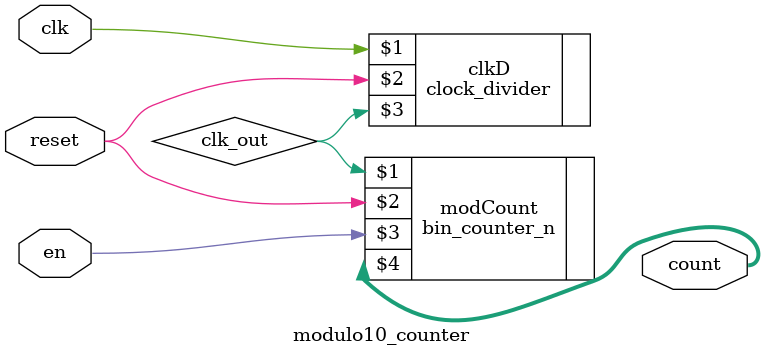
<source format=v>
`timescale 1ns / 1ps

module modulo10_counter(clk, reset, en, count);
input clk, reset, en;
output [3:0] count;
wire clk_out;

//counts every 1hz basically second timer
clock_divider #(50000000) clkD (clk, reset, clk_out);
bin_counter_n #( .x(4), .n(10) ) modCount (clk_out, reset, en, count);

endmodule

</source>
